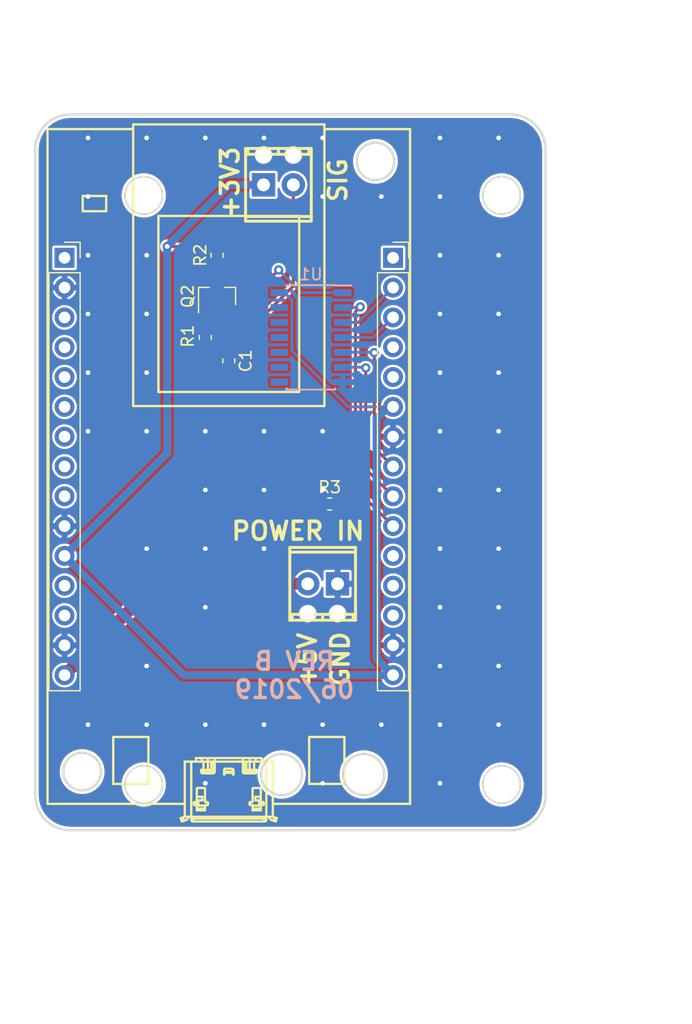
<source format=kicad_pcb>
(kicad_pcb (version 20171130) (host pcbnew "(5.1.2)-2")
  (layers (0 F.Cu signal) (31 B.Cu signal) (34 B.Paste user) (35 F.Paste user) (36 B.SilkS user) (37 F.SilkS user) (38 B.Mask user) (39 F.Mask user) (44 Edge.Cuts user))
  (net 0 "")
  (net 1 "Net-(C1-Pad1)")
  (net 2 GND)
  (net 3 +5V)
  (net 4 +3V3)
  (net 5 1Q3)
  (net 6 1Q2)
  (net 7 1Q1)
  (net 8 1Q0)
  (net 9 MASTER_RESET)
  (net 10 "Net-(Q2-Pad1)")
  (net 11 "Net-(Q2-Pad3)")
  (module Capacitor_SMD:C_0603_1608Metric_Pad1.05x0.95mm_HandSolder (layer F.Cu) (at 92 89 270)
    (fp_text reference C1 (at 0 -1.43 270) (layer F.SilkS))
    (fp_text value 0.1uF/50V)
    (fp_line (start -0.171267 -0.51) (end 0.171267 -0.51) (layer F.SilkS) (width 0.12))
    (fp_line (start -0.171267 0.51) (end 0.171267 0.51) (layer F.SilkS) (width 0.12))
    (pad 1 smd roundrect (at -0.875 0 270) (size 1.05 0.95) (layers F.Cu F.Paste F.Mask) (net 1 "Net-(C1-Pad1)"))
    (pad 2 smd roundrect (at 0.875 0 270) (size 1.05 0.95) (layers F.Cu F.Paste F.Mask) (net 2 GND))
  )
  (module w_conn_mpt:mpt_0,5-2-2,54 (layer F.Cu) (at 100 108)
    (fp_text reference J1 hide)
    (fp_text value "POWER IN" (at -2.1 -4.5) (layer F.SilkS) (effects (font (size 1.524 1.524) (thickness 0.3048))))
    (fp_line (start 2.79908 2.60096) (end -2.79908 2.60096) (layer F.SilkS) (width 0.254))
    (fp_line (start -2.60096 3.0988) (end -2.60096 2.60096) (layer F.SilkS) (width 0.254))
    (fp_line (start 2.60096 2.60096) (end 2.60096 3.0988) (layer F.SilkS) (width 0.254))
    (fp_line (start 0 3.0988) (end 0 2.60096) (layer F.SilkS) (width 0.254))
    (fp_line (start -2.79908 -2.70002) (end 2.79908 -2.70002) (layer F.SilkS) (width 0.254))
    (fp_line (start -2.79908 3.0988) (end 2.79908 3.0988) (layer F.SilkS) (width 0.254))
    (fp_line (start 2.79908 3.0988) (end 2.79908 -3.0988) (layer F.SilkS) (width 0.254))
    (fp_line (start 2.79908 -3.0988) (end -2.79908 -3.0988) (layer F.SilkS) (width 0.254))
    (fp_line (start -2.79908 -3.0988) (end -2.79908 3.0988) (layer F.SilkS) (width 0.254))
    (pad 2 thru_hole circle (at -1.27 0) (size 2 2) (drill 1.1) (layers *.Cu *.Mask) (net 3 +5V))
    (pad 1 thru_hole rect (at 1.27 0) (size 2 2) (drill 1.1) (layers *.Cu *.Mask) (net 2 GND))
    (pad "" np_thru_hole circle (at -1.27 2.54) (size 1.1 1.1) (drill 1.1) (layers *.Cu *.Mask))
    (pad "" np_thru_hole circle (at 1.27 2.54) (size 1.1 1.1) (drill 1.1) (layers *.Cu *.Mask))
  )
  (module Connector_PinSocket_2.54mm:PinSocket_1x15_P2.54mm_Vertical (layer F.Cu) (at 78 80.22)
    (fp_text reference J2 hide)
    (fp_text value LEFT)
    (fp_line (start 0 -1.33) (end 1.33 -1.33) (layer F.SilkS) (width 0.12))
    (fp_line (start 1.33 -1.33) (end 1.33 0) (layer F.SilkS) (width 0.12))
    (fp_line (start 1.33 1.27) (end 1.33 36.89) (layer F.SilkS) (width 0.12))
    (fp_line (start -1.33 36.89) (end 1.33 36.89) (layer F.SilkS) (width 0.12))
    (fp_line (start -1.33 1.27) (end -1.33 36.89) (layer F.SilkS) (width 0.12))
    (fp_line (start -1.33 1.27) (end 1.33 1.27) (layer F.SilkS) (width 0.12))
    (pad 15 thru_hole oval (at 0 35.56) (size 1.7 1.7) (drill 1) (layers *.Cu *.Mask) (net 3 +5V))
    (pad 14 thru_hole oval (at 0 33.02) (size 1.7 1.7) (drill 1) (layers *.Cu *.Mask) (net 2 GND))
    (pad 13 thru_hole oval (at 0 30.48) (size 1.7 1.7) (drill 1) (layers *.Cu *.Mask))
    (pad 12 thru_hole oval (at 0 27.94) (size 1.7 1.7) (drill 1) (layers *.Cu *.Mask))
    (pad 11 thru_hole oval (at 0 25.4) (size 1.7 1.7) (drill 1) (layers *.Cu *.Mask) (net 4 +3V3))
    (pad 10 thru_hole oval (at 0 22.86) (size 1.7 1.7) (drill 1) (layers *.Cu *.Mask) (net 2 GND))
    (pad 9 thru_hole oval (at 0 20.32) (size 1.7 1.7) (drill 1) (layers *.Cu *.Mask))
    (pad 8 thru_hole oval (at 0 17.78) (size 1.7 1.7) (drill 1) (layers *.Cu *.Mask))
    (pad 7 thru_hole oval (at 0 15.24) (size 1.7 1.7) (drill 1) (layers *.Cu *.Mask))
    (pad 6 thru_hole oval (at 0 12.7) (size 1.7 1.7) (drill 1) (layers *.Cu *.Mask))
    (pad 5 thru_hole oval (at 0 10.16) (size 1.7 1.7) (drill 1) (layers *.Cu *.Mask))
    (pad 4 thru_hole oval (at 0 7.62) (size 1.7 1.7) (drill 1) (layers *.Cu *.Mask))
    (pad 3 thru_hole oval (at 0 5.08) (size 1.7 1.7) (drill 1) (layers *.Cu *.Mask))
    (pad 2 thru_hole oval (at 0 2.54) (size 1.7 1.7) (drill 1) (layers *.Cu *.Mask) (net 2 GND))
    (pad 1 thru_hole rect (at 0 0) (size 1.7 1.7) (drill 1) (layers *.Cu *.Mask))
  )
  (module Connector_PinSocket_2.54mm:PinSocket_1x15_P2.54mm_Vertical (layer F.Cu) (at 106 80.22)
    (fp_text reference J3 hide)
    (fp_text value RIGHT)
    (fp_line (start 0 -1.33) (end 1.33 -1.33) (layer F.SilkS) (width 0.12))
    (fp_line (start 1.33 -1.33) (end 1.33 0) (layer F.SilkS) (width 0.12))
    (fp_line (start 1.33 1.27) (end 1.33 36.89) (layer F.SilkS) (width 0.12))
    (fp_line (start -1.33 36.89) (end 1.33 36.89) (layer F.SilkS) (width 0.12))
    (fp_line (start -1.33 1.27) (end -1.33 36.89) (layer F.SilkS) (width 0.12))
    (fp_line (start -1.33 1.27) (end 1.33 1.27) (layer F.SilkS) (width 0.12))
    (pad 15 thru_hole oval (at 0 35.56) (size 1.7 1.7) (drill 1) (layers *.Cu *.Mask) (net 4 +3V3))
    (pad 14 thru_hole oval (at 0 33.02) (size 1.7 1.7) (drill 1) (layers *.Cu *.Mask) (net 2 GND))
    (pad 13 thru_hole oval (at 0 30.48) (size 1.7 1.7) (drill 1) (layers *.Cu *.Mask))
    (pad 12 thru_hole oval (at 0 27.94) (size 1.7 1.7) (drill 1) (layers *.Cu *.Mask))
    (pad 11 thru_hole oval (at 0 25.4) (size 1.7 1.7) (drill 1) (layers *.Cu *.Mask))
    (pad 10 thru_hole oval (at 0 22.86) (size 1.7 1.7) (drill 1) (layers *.Cu *.Mask) (net 9 MASTER_RESET))
    (pad 9 thru_hole oval (at 0 20.32) (size 1.7 1.7) (drill 1) (layers *.Cu *.Mask) (net 5 1Q3))
    (pad 8 thru_hole oval (at 0 17.78) (size 1.7 1.7) (drill 1) (layers *.Cu *.Mask) (net 6 1Q2))
    (pad 7 thru_hole oval (at 0 15.24) (size 1.7 1.7) (drill 1) (layers *.Cu *.Mask) (net 2 GND))
    (pad 6 thru_hole oval (at 0 12.7) (size 1.7 1.7) (drill 1) (layers *.Cu *.Mask) (net 4 +3V3))
    (pad 5 thru_hole oval (at 0 10.16) (size 1.7 1.7) (drill 1) (layers *.Cu *.Mask))
    (pad 4 thru_hole oval (at 0 7.62) (size 1.7 1.7) (drill 1) (layers *.Cu *.Mask))
    (pad 3 thru_hole oval (at 0 5.08) (size 1.7 1.7) (drill 1) (layers *.Cu *.Mask) (net 7 1Q1))
    (pad 2 thru_hole oval (at 0 2.54) (size 1.7 1.7) (drill 1) (layers *.Cu *.Mask) (net 8 1Q0))
    (pad 1 thru_hole rect (at 0 0) (size 1.7 1.7) (drill 1) (layers *.Cu *.Mask))
  )
  (module w_conn_mpt:mpt_0,5-2-2,54 (layer F.Cu) (at 96.23 74 180)
    (fp_text reference Q1 hide)
    (fp_text value Phototrans hide)
    (fp_line (start -2.79908 -3.0988) (end -2.79908 3.0988) (layer F.SilkS) (width 0.254))
    (fp_line (start 2.79908 -3.0988) (end -2.79908 -3.0988) (layer F.SilkS) (width 0.254))
    (fp_line (start 2.79908 3.0988) (end 2.79908 -3.0988) (layer F.SilkS) (width 0.254))
    (fp_line (start -2.79908 3.0988) (end 2.79908 3.0988) (layer F.SilkS) (width 0.254))
    (fp_line (start -2.79908 -2.70002) (end 2.79908 -2.70002) (layer F.SilkS) (width 0.254))
    (fp_line (start 0 3.0988) (end 0 2.60096) (layer F.SilkS) (width 0.254))
    (fp_line (start 2.60096 2.60096) (end 2.60096 3.0988) (layer F.SilkS) (width 0.254))
    (fp_line (start -2.60096 3.0988) (end -2.60096 2.60096) (layer F.SilkS) (width 0.254))
    (fp_line (start 2.79908 2.60096) (end -2.79908 2.60096) (layer F.SilkS) (width 0.254))
    (pad "" np_thru_hole circle (at 1.27 2.54 180) (size 1.1 1.1) (drill 1.1) (layers *.Cu *.Mask))
    (pad "" np_thru_hole circle (at -1.27 2.54 180) (size 1.1 1.1) (drill 1.1) (layers *.Cu *.Mask))
    (pad 1 thru_hole rect (at 1.27 0 180) (size 2 2) (drill 1.1) (layers *.Cu *.Mask) (net 4 +3V3))
    (pad 2 thru_hole circle (at -1.27 0 180) (size 2 2) (drill 1.1) (layers *.Cu *.Mask) (net 1 "Net-(C1-Pad1)"))
  )
  (module Package_TO_SOT_SMD:SOT-23 (layer F.Cu) (at 91 83.5 90)
    (fp_text reference Q2 (at 0 -2.5 90) (layer F.SilkS))
    (fp_text value Q_NPN_BEC)
    (fp_line (start 0.76 1.58) (end 0.76 0.65) (layer F.SilkS) (width 0.12))
    (fp_line (start 0.76 -1.58) (end 0.76 -0.65) (layer F.SilkS) (width 0.12))
    (fp_line (start 0.76 -1.58) (end -1.4 -1.58) (layer F.SilkS) (width 0.12))
    (fp_line (start 0.76 1.58) (end -0.7 1.58) (layer F.SilkS) (width 0.12))
    (pad 1 smd rect (at -1 -0.95 90) (size 0.9 0.8) (layers F.Cu F.Paste F.Mask) (net 10 "Net-(Q2-Pad1)"))
    (pad 2 smd rect (at -1 0.95 90) (size 0.9 0.8) (layers F.Cu F.Paste F.Mask) (net 2 GND))
    (pad 3 smd rect (at 1 0 90) (size 0.9 0.8) (layers F.Cu F.Paste F.Mask) (net 11 "Net-(Q2-Pad3)"))
  )
  (module Resistor_SMD:R_0603_1608Metric_Pad1.05x0.95mm_HandSolder (layer F.Cu) (at 90 87 270)
    (fp_text reference R1 (at -0.1 1.5 270) (layer F.SilkS))
    (fp_text value 100k)
    (fp_line (start -0.171267 -0.51) (end 0.171267 -0.51) (layer F.SilkS) (width 0.12))
    (fp_line (start -0.171267 0.51) (end 0.171267 0.51) (layer F.SilkS) (width 0.12))
    (pad 1 smd roundrect (at -0.875 0 270) (size 1.05 0.95) (layers F.Cu F.Paste F.Mask) (net 10 "Net-(Q2-Pad1)"))
    (pad 2 smd roundrect (at 0.875 0 270) (size 1.05 0.95) (layers F.Cu F.Paste F.Mask) (net 1 "Net-(C1-Pad1)"))
  )
  (module Resistor_SMD:R_0603_1608Metric_Pad1.05x0.95mm_HandSolder (layer F.Cu) (at 91 80 90)
    (fp_text reference R2 (at 0 -1.43 90) (layer F.SilkS))
    (fp_text value 4.7k)
    (fp_line (start -0.171267 0.51) (end 0.171267 0.51) (layer F.SilkS) (width 0.12))
    (fp_line (start -0.171267 -0.51) (end 0.171267 -0.51) (layer F.SilkS) (width 0.12))
    (pad 2 smd roundrect (at 0.875 0 90) (size 1.05 0.95) (layers F.Cu F.Paste F.Mask) (net 4 +3V3))
    (pad 1 smd roundrect (at -0.875 0 90) (size 1.05 0.95) (layers F.Cu F.Paste F.Mask) (net 11 "Net-(Q2-Pad3)"))
  )
  (module Resistor_SMD:R_0603_1608Metric_Pad1.05x0.95mm_HandSolder (layer F.Cu) (at 100.6 101.2)
    (fp_text reference R3 (at 0 -1.43) (layer F.SilkS))
    (fp_text value 10k)
    (fp_line (start -0.171267 -0.51) (end 0.171267 -0.51) (layer F.SilkS) (width 0.12))
    (fp_line (start -0.171267 0.51) (end 0.171267 0.51) (layer F.SilkS) (width 0.12))
    (pad 1 smd roundrect (at -0.875 0) (size 1.05 0.95) (layers F.Cu F.Paste F.Mask) (net 2 GND))
    (pad 2 smd roundrect (at 0.875 0) (size 1.05 0.95) (layers F.Cu F.Paste F.Mask) (net 9 MASTER_RESET))
  )
  (module Package_SO:SOIC-14_3.9x8.7mm_P1.27mm (layer B.Cu) (at 99 87 180)
    (fp_text reference U1 (at 0 5.375 180) (layer B.SilkS) (effects (justify mirror)))
    (fp_text value 74HC393)
    (fp_line (start -2.075 4.45) (end -2.075 4.425) (layer B.SilkS) (width 0.15))
    (fp_line (start 2.075 4.45) (end 2.075 4.335) (layer B.SilkS) (width 0.15))
    (fp_line (start 2.075 -4.45) (end 2.075 -4.335) (layer B.SilkS) (width 0.15))
    (fp_line (start -2.075 -4.45) (end -2.075 -4.335) (layer B.SilkS) (width 0.15))
    (fp_line (start -2.075 4.45) (end 2.075 4.45) (layer B.SilkS) (width 0.15))
    (fp_line (start -2.075 -4.45) (end 2.075 -4.45) (layer B.SilkS) (width 0.15))
    (fp_line (start -2.075 4.425) (end -3.45 4.425) (layer B.SilkS) (width 0.15))
    (pad 1 smd rect (at -2.7 3.81 180) (size 1.5 0.6) (layers B.Cu B.Paste B.Mask) (net 11 "Net-(Q2-Pad3)"))
    (pad 2 smd rect (at -2.7 2.54 180) (size 1.5 0.6) (layers B.Cu B.Paste B.Mask) (net 9 MASTER_RESET))
    (pad 3 smd rect (at -2.7 1.27 180) (size 1.5 0.6) (layers B.Cu B.Paste B.Mask) (net 8 1Q0))
    (pad 4 smd rect (at -2.7 0 180) (size 1.5 0.6) (layers B.Cu B.Paste B.Mask) (net 7 1Q1))
    (pad 5 smd rect (at -2.7 -1.27 180) (size 1.5 0.6) (layers B.Cu B.Paste B.Mask) (net 6 1Q2))
    (pad 6 smd rect (at -2.7 -2.54 180) (size 1.5 0.6) (layers B.Cu B.Paste B.Mask) (net 5 1Q3))
    (pad 7 smd rect (at -2.7 -3.81 180) (size 1.5 0.6) (layers B.Cu B.Paste B.Mask) (net 2 GND))
    (pad 8 smd rect (at 2.7 -3.81 180) (size 1.5 0.6) (layers B.Cu B.Paste B.Mask))
    (pad 9 smd rect (at 2.7 -2.54 180) (size 1.5 0.6) (layers B.Cu B.Paste B.Mask))
    (pad 10 smd rect (at 2.7 -1.27 180) (size 1.5 0.6) (layers B.Cu B.Paste B.Mask))
    (pad 11 smd rect (at 2.7 0 180) (size 1.5 0.6) (layers B.Cu B.Paste B.Mask))
    (pad 12 smd rect (at 2.7 1.27 180) (size 1.5 0.6) (layers B.Cu B.Paste B.Mask))
    (pad 13 smd rect (at 2.7 2.54 180) (size 1.5 0.6) (layers B.Cu B.Paste B.Mask))
    (pad 14 smd rect (at 2.7 3.81 180) (size 1.5 0.6) (layers B.Cu B.Paste B.Mask) (net 4 +3V3))
  )
  (gr_text "REV B\n06/2019" (at 97.6 115.8) (layer B.SilkS) (effects (font (size 1.5 1.5) (thickness 0.3)) (justify mirror)))
  (gr_line (start 94.725 126.9) (end 94.025 126.9) (layer F.SilkS) (width 0.2))
  (gr_line (start 94.725 127.217775) (end 94.025 127.217775) (layer F.SilkS) (width 0.2))
  (gr_line (start 94.025 126.9) (end 94.025 127.300283) (layer F.SilkS) (width 0.2))
  (gr_line (start 94.725 126.9) (end 94.725 127.300283) (layer F.SilkS) (width 0.2))
  (gr_line (start 89.275 127.217775) (end 89.975 127.217775) (layer F.SilkS) (width 0.2))
  (gr_line (start 76.55 69.25) (end 76.55 126.75) (layer F.SilkS) (width 0.2))
  (gr_line (start 94.725 127.153431) (end 94.025 127.153431) (layer F.SilkS) (width 0.2))
  (gr_line (start 88.25 127.85) (end 95.75 127.85) (layer F.SilkS) (width 0.2))
  (gr_line (start 88.8 123.15) (end 88.8 128.138657) (layer F.SilkS) (width 0.2))
  (gr_line (start 83.85 69.25) (end 76.55 69.25) (layer F.SilkS) (width 0.2))
  (gr_line (start 90.65 124.15) (end 89.79 124.15) (layer F.SilkS) (width 0.2))
  (gr_line (start 89.64 123.85) (end 90.5 123.85) (layer F.SilkS) (width 0.2))
  (gr_line (start 89.975 126.9) (end 89.975 127.300283) (layer F.SilkS) (width 0.2))
  (gr_line (start 89.841285 123.85) (end 89.841285 123.15) (layer F.SilkS) (width 0.2))
  (gr_line (start 94.158715 123.15) (end 94.158715 123.85) (layer F.SilkS) (width 0.2))
  (gr_line (start 89.275 127.153431) (end 89.975 127.153431) (layer F.SilkS) (width 0.2))
  (gr_line (start 89.275 126.9) (end 89.975 126.9) (layer F.SilkS) (width 0.2))
  (gr_line (start 94.21 124.15) (end 93.35 124.15) (layer F.SilkS) (width 0.2))
  (gr_line (start 89.975 127.300283) (end 89.275 127.300283) (layer F.SilkS) (width 0.2))
  (gr_line (start 95.2 128.138657) (end 95.2 123.15) (layer F.SilkS) (width 0.2))
  (gr_line (start 93.5 123.85) (end 94.36 123.85) (layer F.SilkS) (width 0.2))
  (gr_line (start 94.36 123.85) (end 94.36 124) (layer F.SilkS) (width 0.2))
  (gr_line (start 94.725 127.300283) (end 94.025 127.300283) (layer F.SilkS) (width 0.2))
  (gr_line (start 95 128.000789) (end 95 128.25) (layer F.SilkS) (width 0.2))
  (gr_line (start 89 128.25) (end 89 128.000789) (layer F.SilkS) (width 0.2))
  (gr_line (start 89 128.25) (end 95 128.25) (layer F.SilkS) (width 0.2))
  (gr_line (start 89.275 126.9) (end 89.275 127.300283) (layer F.SilkS) (width 0.2))
  (gr_line (start 89 128.000789) (end 95 128.000789) (layer F.SilkS) (width 0.2))
  (gr_line (start 107.45 69.25) (end 100.15 69.25) (layer F.SilkS) (width 0.2))
  (gr_line (start 82.15 125.05) (end 82.15 121.05) (layer F.SilkS) (width 0.2))
  (gr_line (start 95.076537 128.241525) (end 95.039018 128.247861) (layer F.SilkS) (width 0.2))
  (gr_line (start 88.8 127.889446) (end 88.803843 127.911168) (layer F.SilkS) (width 0.2))
  (gr_line (start 88.858579 128.217388) (end 88.833706 128.200516) (layer F.SilkS) (width 0.2))
  (gr_line (start 79.55 74.95) (end 79.55 76.25) (layer F.SilkS) (width 0.2))
  (gr_line (start 98.85 125.05) (end 101.85 125.05) (layer F.SilkS) (width 0.2))
  (gr_line (start 81.55 76.25) (end 81.55 74.95) (layer F.SilkS) (width 0.2))
  (gr_line (start 100.15 68.85) (end 83.85 68.85) (layer F.SilkS) (width 0.2))
  (gr_line (start 98 76.65) (end 86 76.65) (layer F.SilkS) (width 0.2))
  (gr_line (start 88.833706 128.200516) (end 88.815224 128.181266) (layer F.SilkS) (width 0.2))
  (gr_line (start 83.85 68.85) (end 83.85 92.85) (layer F.SilkS) (width 0.2))
  (gr_line (start 95.166294 127.951305) (end 95.184776 127.932055) (layer F.SilkS) (width 0.2))
  (gr_line (start 88.803843 127.911168) (end 88.815224 127.932055) (layer F.SilkS) (width 0.2))
  (gr_line (start 86 91.65) (end 98 91.65) (layer F.SilkS) (width 0.2))
  (gr_line (start 82.15 121.05) (end 85.15 121.05) (layer F.SilkS) (width 0.2))
  (gr_line (start 100.15 92.85) (end 100.15 68.85) (layer F.SilkS) (width 0.2))
  (gr_line (start 85.15 121.05) (end 85.15 125.05) (layer F.SilkS) (width 0.2))
  (gr_line (start 98 91.65) (end 98 76.65) (layer F.SilkS) (width 0.2))
  (gr_line (start 88.923463 128.241525) (end 88.888886 128.231235) (layer F.SilkS) (width 0.2))
  (gr_line (start 88.888886 128.231235) (end 88.858579 128.217388) (layer F.SilkS) (width 0.2))
  (gr_line (start 95.141421 127.968177) (end 95.166294 127.951305) (layer F.SilkS) (width 0.2))
  (gr_line (start 95.166294 128.200516) (end 95.141421 128.217388) (layer F.SilkS) (width 0.2))
  (gr_line (start 95.141421 128.217388) (end 95.111114 128.231235) (layer F.SilkS) (width 0.2))
  (gr_line (start 85.15 125.05) (end 82.15 125.05) (layer F.SilkS) (width 0.2))
  (gr_line (start 95.076537 127.992313) (end 95.111114 127.982024) (layer F.SilkS) (width 0.2))
  (gr_line (start 101.85 121.05) (end 98.85 121.05) (layer F.SilkS) (width 0.2))
  (gr_line (start 86 76.65) (end 86 91.65) (layer F.SilkS) (width 0.2))
  (gr_line (start 95.196157 128.160379) (end 95.184776 128.181266) (layer F.SilkS) (width 0.2))
  (gr_line (start 95.2 128.138657) (end 95.196157 128.160379) (layer F.SilkS) (width 0.2))
  (gr_line (start 89 128.25) (end 88.960982 128.247861) (layer F.SilkS) (width 0.2))
  (gr_line (start 95.039018 127.99865) (end 95.076537 127.992313) (layer F.SilkS) (width 0.2))
  (gr_line (start 95 128.000789) (end 95.039018 127.99865) (layer F.SilkS) (width 0.2))
  (gr_line (start 95.111114 128.231235) (end 95.076537 128.241525) (layer F.SilkS) (width 0.2))
  (gr_line (start 88.960982 127.99865) (end 89 128.000789) (layer F.SilkS) (width 0.2))
  (gr_line (start 88.960982 128.247861) (end 88.923463 128.241525) (layer F.SilkS) (width 0.2))
  (gr_line (start 95.196157 127.911168) (end 95.2 127.889446) (layer F.SilkS) (width 0.2))
  (gr_line (start 88.815224 128.181266) (end 88.803843 128.160379) (layer F.SilkS) (width 0.2))
  (gr_line (start 95.184776 127.932055) (end 95.196157 127.911168) (layer F.SilkS) (width 0.2))
  (gr_line (start 88.858579 127.968177) (end 88.888886 127.982024) (layer F.SilkS) (width 0.2))
  (gr_line (start 95.039018 128.247861) (end 95 128.25) (layer F.SilkS) (width 0.2))
  (gr_line (start 88.815224 127.932055) (end 88.833706 127.951305) (layer F.SilkS) (width 0.2))
  (gr_line (start 98.85 121.05) (end 98.85 125.05) (layer F.SilkS) (width 0.2))
  (gr_line (start 95.75 126.75) (end 107.45 126.75) (layer F.SilkS) (width 0.2))
  (gr_line (start 88.803843 128.160379) (end 88.8 128.138657) (layer F.SilkS) (width 0.2))
  (gr_line (start 88.888886 127.982024) (end 88.923463 127.992313) (layer F.SilkS) (width 0.2))
  (gr_line (start 101.85 125.05) (end 101.85 121.05) (layer F.SilkS) (width 0.2))
  (gr_line (start 79.55 76.25) (end 81.55 76.25) (layer F.SilkS) (width 0.2))
  (gr_line (start 81.55 74.95) (end 79.55 74.95) (layer F.SilkS) (width 0.2))
  (gr_line (start 83.85 92.85) (end 100.15 92.85) (layer F.SilkS) (width 0.2))
  (gr_line (start 76.55 126.75) (end 88.25 126.75) (layer F.SilkS) (width 0.2))
  (gr_line (start 88.923463 127.992313) (end 88.960982 127.99865) (layer F.SilkS) (width 0.2))
  (gr_line (start 95.184776 128.181266) (end 95.166294 128.200516) (layer F.SilkS) (width 0.2))
  (gr_line (start 107.45 126.75) (end 107.45 69.25) (layer F.SilkS) (width 0.2))
  (gr_line (start 95.111114 127.982024) (end 95.141421 127.968177) (layer F.SilkS) (width 0.2))
  (gr_line (start 88.833706 127.951305) (end 88.858579 127.968177) (layer F.SilkS) (width 0.2))
  (gr_line (start 93.775 126.8) (end 93.775 126.65) (layer F.SilkS) (width 0.2))
  (gr_line (start 94.975 126.65) (end 94.975 126.8) (layer F.SilkS) (width 0.2))
  (gr_line (start 91.625 124.25) (end 91.6 124.25) (layer F.SilkS) (width 0.2))
  (gr_line (start 92.4 124.25) (end 92.375 124.25) (layer F.SilkS) (width 0.2))
  (gr_line (start 89.225 126.85) (end 89.075 126.85) (layer F.SilkS) (width 0.2))
  (gr_line (start 94.925 126.85) (end 94.775 126.85) (layer F.SilkS) (width 0.2))
  (gr_line (start 90.025 126.6) (end 90.175 126.6) (layer F.SilkS) (width 0.2))
  (gr_line (start 89.025 126.8) (end 89.025 126.65) (layer F.SilkS) (width 0.2))
  (gr_line (start 89.075 126.6) (end 89.225 126.6) (layer F.SilkS) (width 0.2))
  (gr_line (start 90.175 126.85) (end 90.025 126.85) (layer F.SilkS) (width 0.2))
  (gr_line (start 95.75 127.85) (end 95.75 123.15) (layer F.SilkS) (width 0.2))
  (gr_line (start 94.025 126.55) (end 94.025 125.45) (layer F.SilkS) (width 0.2))
  (gr_line (start 90.5 123.85) (end 90.5 123.15) (layer F.SilkS) (width 0.2))
  (gr_line (start 89.325 125.4) (end 89.925 125.4) (layer F.SilkS) (width 0.2))
  (gr_line (start 91.625 123.817084) (end 91.625 124.25) (layer F.SilkS) (width 0.2))
  (gr_line (start 93.975 126.85) (end 93.825 126.85) (layer F.SilkS) (width 0.2))
  (gr_line (start 91.625 124) (end 92.375 124) (layer F.SilkS) (width 0.2))
  (gr_line (start 90.224308 123.85) (end 90.224308 123.15) (layer F.SilkS) (width 0.2))
  (gr_line (start 92.4 123.9) (end 92.4 124.25) (layer F.SilkS) (width 0.2))
  (gr_line (start 92.375 124.05) (end 91.625 124.05) (layer F.SilkS) (width 0.2))
  (gr_line (start 88.25 123.15) (end 88.25 127.85) (layer F.SilkS) (width 0.2))
  (gr_line (start 91.6 124.25) (end 91.6 123.9) (layer F.SilkS) (width 0.2))
  (gr_line (start 91.75 123.75) (end 92.25 123.75) (layer F.SilkS) (width 0.2))
  (gr_line (start 89.275 126.55) (end 89.275 125.45) (layer F.SilkS) (width 0.2))
  (gr_line (start 94.075 125.4) (end 94.675 125.4) (layer F.SilkS) (width 0.2))
  (gr_line (start 89.975 125.45) (end 89.975 126.55) (layer F.SilkS) (width 0.2))
  (gr_line (start 90.8 122.85) (end 90.8 124) (layer F.SilkS) (width 0.2))
  (gr_line (start 92.375 124.25) (end 92.375 123.817084) (layer F.SilkS) (width 0.2))
  (gr_line (start 93.775692 123.15) (end 93.775692 123.85) (layer F.SilkS) (width 0.2))
  (gr_line (start 94.8 122.85) (end 89.2 122.85) (layer F.SilkS) (width 0.2))
  (gr_line (start 89.64 124) (end 89.64 123.85) (layer F.SilkS) (width 0.2))
  (gr_line (start 90.225 126.65) (end 90.225 126.8) (layer F.SilkS) (width 0.2))
  (gr_line (start 93.825 126.6) (end 93.975 126.6) (layer F.SilkS) (width 0.2))
  (gr_line (start 94.775 126.6) (end 94.925 126.6) (layer F.SilkS) (width 0.2))
  (gr_line (start 93.2 124) (end 93.2 122.85) (layer F.SilkS) (width 0.2))
  (gr_line (start 95.75 123.15) (end 88.25 123.15) (layer F.SilkS) (width 0.2))
  (gr_line (start 92.375 124.1) (end 91.625 124.1) (layer F.SilkS) (width 0.2))
  (gr_line (start 94.725 125.45) (end 94.725 126.55) (layer F.SilkS) (width 0.2))
  (gr_arc (start 88.255 127.85362) (end 88.347076 128.133883) (angle -71.81280963) (layer F.SilkS) (width 0.2))
  (gr_line (start 87.9 127.964987) (end 88.25 127.85) (layer F.SilkS) (width 0.2))
  (gr_line (start 89.75 123.95) (end 89.75 123.85) (layer F.SilkS) (width 0.2))
  (gr_line (start 94.8 123.15) (end 94.8 122.85) (layer F.SilkS) (width 0.2))
  (gr_arc (start 94.675 125.45) (end 94.725 125.45) (angle -90) (layer F.SilkS) (width 0.2))
  (gr_arc (start 89.925 125.45) (end 89.975 125.45) (angle -90) (layer F.SilkS) (width 0.2))
  (gr_arc (start 90.025 126.55) (end 89.975 126.55) (angle -90) (layer F.SilkS) (width 0.2))
  (gr_arc (start 93.825 126.8) (end 93.775 126.8) (angle -90) (layer F.SilkS) (width 0.2))
  (gr_line (start 95.75 127.85) (end 96.1 127.964987) (layer F.SilkS) (width 0.2))
  (gr_arc (start 90.175 126.8) (end 90.175 126.85) (angle -90) (layer F.SilkS) (width 0.2))
  (gr_arc (start 90.025 126.9) (end 90.025 126.85) (angle -90) (layer F.SilkS) (width 0.2))
  (gr_line (start 89.75 126.15) (end 89.75 126.45) (layer F.SilkS) (width 0.2))
  (gr_arc (start 93.975 126.9) (end 94.025 126.9) (angle -90) (layer F.SilkS) (width 0.2))
  (gr_arc (start 94.775 126.9) (end 94.775 126.85) (angle -90) (layer F.SilkS) (width 0.2))
  (gr_arc (start 93.975 126.55) (end 93.975 126.6) (angle -90) (layer F.SilkS) (width 0.2))
  (gr_line (start 90.215 122.85) (end 90.215 123.15) (layer F.SilkS) (width 0.2))
  (gr_line (start 88.55 127.85) (end 88.55 127.85362) (layer F.SilkS) (width 0.2))
  (gr_line (start 88.183645 128.187575) (end 88.090008 127.902563) (layer F.SilkS) (width 0.2))
  (gr_arc (start 94.075 125.45) (end 94.075 125.4) (angle -90) (layer F.SilkS) (width 0.2))
  (gr_line (start 87.9 127.964987) (end 87.993637 128.25) (layer F.SilkS) (width 0.2))
  (gr_line (start 95.45 127.85362) (end 95.45 127.85) (layer F.SilkS) (width 0.2))
  (gr_arc (start 90.65 124) (end 90.65 124.15) (angle -90) (layer F.SilkS) (width 0.2))
  (gr_line (start 94.3 122.85) (end 94.3 123.15) (layer F.SilkS) (width 0.2))
  (gr_line (start 94.596447 126.9) (end 94.596447 126.45) (layer F.SilkS) (width 0.2))
  (gr_line (start 93.3 123.95) (end 93.3 123.23) (layer F.SilkS) (width 0.2))
  (gr_line (start 93.2 123.23) (end 93.5 123.23) (layer F.SilkS) (width 0.2))
  (gr_arc (start 94.775 126.55) (end 94.725 126.55) (angle -90) (layer F.SilkS) (width 0.2))
  (gr_line (start 89.2 122.85) (end 89.2 123.15) (layer F.SilkS) (width 0.2))
  (gr_arc (start 94.925 126.65) (end 94.975 126.65) (angle -90) (layer F.SilkS) (width 0.2))
  (gr_arc (start 94.21 124) (end 94.21 124.15) (angle -90) (layer F.SilkS) (width 0.2))
  (gr_arc (start 94.925 126.8) (end 94.925 126.85) (angle -90) (layer F.SilkS) (width 0.2))
  (gr_line (start 93.785 123.15) (end 93.785 122.85) (layer F.SilkS) (width 0.2))
  (gr_arc (start 89.79 124) (end 89.64 124) (angle -90) (layer F.SilkS) (width 0.2))
  (gr_line (start 94.25 126.15) (end 94.725 126.15) (layer F.SilkS) (width 0.2))
  (gr_line (start 88.347076 128.133883) (end 87.993637 128.25) (layer F.SilkS) (width 0.2))
  (gr_line (start 94.725 126.45) (end 94.25 126.45) (layer F.SilkS) (width 0.2))
  (gr_line (start 89.403553 126.45) (end 89.403553 126.9) (layer F.SilkS) (width 0.2))
  (gr_line (start 89.275 126.15) (end 89.75 126.15) (layer F.SilkS) (width 0.2))
  (gr_line (start 93.425 123.15) (end 93.425 123.23) (layer F.SilkS) (width 0.2))
  (gr_line (start 89.75 126.45) (end 89.275 126.45) (layer F.SilkS) (width 0.2))
  (gr_line (start 94.25 123.95) (end 93.3 123.95) (layer F.SilkS) (width 0.2))
  (gr_line (start 90.7 123.95) (end 89.75 123.95) (layer F.SilkS) (width 0.2))
  (gr_line (start 90.7 123.23) (end 90.7 123.95) (layer F.SilkS) (width 0.2))
  (gr_line (start 93.5 123.15) (end 93.5 123.85) (layer F.SilkS) (width 0.2))
  (gr_line (start 89.7 122.85) (end 89.7 123.15) (layer F.SilkS) (width 0.2))
  (gr_arc (start 95.745 127.85362) (end 95.45 127.85362) (angle -71.81280963) (layer F.SilkS) (width 0.2))
  (gr_line (start 89.226777 126.850032) (end 89.226777 126.599968) (layer F.SilkS) (width 0.2))
  (gr_arc (start 90.175 126.65) (end 90.225 126.65) (angle -90) (layer F.SilkS) (width 0.2))
  (gr_arc (start 93.35 124) (end 93.2 124) (angle -90) (layer F.SilkS) (width 0.2))
  (gr_line (start 95.909992 127.902563) (end 95.816355 128.187575) (layer F.SilkS) (width 0.2))
  (gr_line (start 94.25 123.85) (end 94.25 123.95) (layer F.SilkS) (width 0.2))
  (gr_arc (start 91.75 123.9) (end 91.75 123.75) (angle -90) (layer F.SilkS) (width 0.2))
  (gr_arc (start 92.25 123.9) (end 92.4 123.9) (angle -90) (layer F.SilkS) (width 0.2))
  (gr_arc (start 93.825 126.65) (end 93.825 126.6) (angle -90) (layer F.SilkS) (width 0.2))
  (gr_line (start 90.575 123.15) (end 90.575 123.23) (layer F.SilkS) (width 0.2))
  (gr_line (start 94.25 126.45) (end 94.25 126.15) (layer F.SilkS) (width 0.2))
  (gr_line (start 90.5 123.23) (end 90.8 123.23) (layer F.SilkS) (width 0.2))
  (gr_line (start 94.773223 126.599968) (end 94.773223 126.850032) (layer F.SilkS) (width 0.2))
  (gr_arc (start 89.225 126.9) (end 89.275 126.9) (angle -90) (layer F.SilkS) (width 0.2))
  (gr_line (start 96.006363 128.25) (end 95.652924 128.133883) (layer F.SilkS) (width 0.2))
  (gr_arc (start 89.075 126.8) (end 89.025 126.8) (angle -90) (layer F.SilkS) (width 0.2))
  (gr_line (start 96.006363 128.25) (end 96.1 127.964987) (layer F.SilkS) (width 0.2))
  (gr_arc (start 89.225 126.55) (end 89.225 126.6) (angle -90) (layer F.SilkS) (width 0.2))
  (gr_arc (start 89.075 126.65) (end 89.075 126.6) (angle -90) (layer F.SilkS) (width 0.2))
  (gr_arc (start 89.325 125.45) (end 89.325 125.4) (angle -90) (layer F.SilkS) (width 0.2))
  (gr_text SIG (at 101.3 73.6 90) (layer F.SilkS) (effects (font (size 1.5 1.5) (thickness 0.3))))
  (gr_text +3V3 (at 92.1 73.8 90) (layer F.SilkS) (effects (font (size 1.5 1.5) (thickness 0.3))))
  (gr_text GND (at 101.5 114.4 90) (layer F.SilkS) (effects (font (size 1.5 1.5) (thickness 0.3))))
  (gr_text +5V (at 98.7 114.5 90) (layer F.SilkS) (effects (font (size 1.5 1.5) (thickness 0.3))))
  (gr_arc (start 78.5 71) (end 78.5 68) (angle -90) (layer Edge.Cuts) (width 0.2))
  (gr_arc (start 116 71) (end 119 71) (angle -90) (layer Edge.Cuts) (width 0.2))
  (gr_arc (start 78.5 126) (end 75.5 126) (angle -90) (layer Edge.Cuts) (width 0.2))
  (gr_arc (start 116 126) (end 116 129) (angle -90) (layer Edge.Cuts) (width 0.2))
  (gr_line (start 78.5 129) (end 116 129) (layer Edge.Cuts) (width 0.2))
  (gr_circle (center 103.5 124.25) (end 101.75 124.25) (layer Edge.Cuts) (width 0.2))
  (gr_circle (center 96.5 124.25) (end 98.25 124.25) (layer Edge.Cuts) (width 0.2))
  (gr_line (start 75.5 126) (end 75.5 71) (layer Edge.Cuts) (width 0.2))
  (gr_line (start 119 71) (end 119 126) (layer Edge.Cuts) (width 0.2))
  (gr_line (start 78.5 68) (end 116 68) (layer Edge.Cuts) (width 0.2))
  (gr_circle (center 104.5 72) (end 106.1 72) (layer Edge.Cuts) (width 0.2))
  (gr_circle (center 79.5 124) (end 81.1 124) (layer Edge.Cuts) (width 0.2))
  (gr_circle (center 115.25 125.1) (end 116.85 125.1) (layer Edge.Cuts) (width 0.15))
  (gr_circle (center 84.75 125.1) (end 86.35 125.1) (layer Edge.Cuts) (width 0.15))
  (gr_circle (center 115.25 74.9) (end 116.85 74.9) (layer Edge.Cuts) (width 0.15))
  (gr_circle (center 84.75 74.9) (end 86.35 74.9) (layer Edge.Cuts) (width 0.15))
  (segment (start 91.75 87.875) (end 92 88.125) (width 0.25) (layer F.Cu) (net 1))
  (segment (start 90 87.875) (end 91.75 87.875) (width 0.25) (layer F.Cu) (net 1))
  (segment (start 97.5 82.625) (end 97.5 74) (width 0.25) (layer F.Cu) (net 1))
  (segment (start 92 88.125) (end 97.5 82.625) (width 0.25) (layer F.Cu) (net 1))
  (via (at 115 80) (size 0.8) (drill 0.4) (layers F.Cu B.Cu) (net 2))
  (via (at 115 85) (size 0.8) (drill 0.4) (layers F.Cu B.Cu) (net 2))
  (via (at 115 90) (size 0.8) (drill 0.4) (layers F.Cu B.Cu) (net 2))
  (via (at 115 95) (size 0.8) (drill 0.4) (layers F.Cu B.Cu) (net 2))
  (via (at 115 100) (size 0.8) (drill 0.4) (layers F.Cu B.Cu) (net 2))
  (via (at 115 105) (size 0.8) (drill 0.4) (layers F.Cu B.Cu) (net 2))
  (via (at 115 110) (size 0.8) (drill 0.4) (layers F.Cu B.Cu) (net 2))
  (via (at 115 115) (size 0.8) (drill 0.4) (layers F.Cu B.Cu) (net 2))
  (via (at 115 120) (size 0.8) (drill 0.4) (layers F.Cu B.Cu) (net 2))
  (via (at 110 120) (size 0.8) (drill 0.4) (layers F.Cu B.Cu) (net 2))
  (via (at 110 125) (size 0.8) (drill 0.4) (layers F.Cu B.Cu) (net 2))
  (via (at 110 115) (size 0.8) (drill 0.4) (layers F.Cu B.Cu) (net 2))
  (via (at 110 110) (size 0.8) (drill 0.4) (layers F.Cu B.Cu) (net 2))
  (via (at 110 105) (size 0.8) (drill 0.4) (layers F.Cu B.Cu) (net 2))
  (via (at 110 100) (size 0.8) (drill 0.4) (layers F.Cu B.Cu) (net 2))
  (via (at 110 95) (size 0.8) (drill 0.4) (layers F.Cu B.Cu) (net 2))
  (via (at 110 90) (size 0.8) (drill 0.4) (layers F.Cu B.Cu) (net 2))
  (via (at 110 85) (size 0.8) (drill 0.4) (layers F.Cu B.Cu) (net 2))
  (via (at 110 80) (size 0.8) (drill 0.4) (layers F.Cu B.Cu) (net 2))
  (via (at 110 75) (size 0.8) (drill 0.4) (layers F.Cu B.Cu) (net 2))
  (via (at 110 70) (size 0.8) (drill 0.4) (layers F.Cu B.Cu) (net 2))
  (via (at 105 120) (size 0.8) (drill 0.4) (layers F.Cu B.Cu) (net 2))
  (via (at 100 120) (size 0.8) (drill 0.4) (layers F.Cu B.Cu) (net 2))
  (via (at 95 120) (size 0.8) (drill 0.4) (layers F.Cu B.Cu) (net 2))
  (via (at 90 120) (size 0.8) (drill 0.4) (layers F.Cu B.Cu) (net 2))
  (via (at 85 120) (size 0.8) (drill 0.4) (layers F.Cu B.Cu) (net 2))
  (via (at 80 120) (size 0.8) (drill 0.4) (layers F.Cu B.Cu) (net 2))
  (via (at 90 125) (size 0.8) (drill 0.4) (layers F.Cu B.Cu) (net 2))
  (via (at 100 125) (size 0.8) (drill 0.4) (layers F.Cu B.Cu) (net 2))
  (via (at 85 115) (size 0.8) (drill 0.4) (layers F.Cu B.Cu) (net 2))
  (via (at 90 110) (size 0.8) (drill 0.4) (layers F.Cu B.Cu) (net 2))
  (via (at 85 105) (size 0.8) (drill 0.4) (layers F.Cu B.Cu) (net 2))
  (via (at 90 105) (size 0.8) (drill 0.4) (layers F.Cu B.Cu) (net 2))
  (via (at 95 105) (size 0.8) (drill 0.4) (layers F.Cu B.Cu) (net 2))
  (via (at 95 100) (size 0.8) (drill 0.4) (layers F.Cu B.Cu) (net 2))
  (via (at 90 100) (size 0.8) (drill 0.4) (layers F.Cu B.Cu) (net 2))
  (via (at 100 100) (size 0.8) (drill 0.4) (layers F.Cu B.Cu) (net 2))
  (via (at 100 95) (size 0.8) (drill 0.4) (layers F.Cu B.Cu) (net 2))
  (via (at 95 95) (size 0.8) (drill 0.4) (layers F.Cu B.Cu) (net 2))
  (via (at 90 95) (size 0.8) (drill 0.4) (layers F.Cu B.Cu) (net 2))
  (via (at 85 95) (size 0.8) (drill 0.4) (layers F.Cu B.Cu) (net 2))
  (via (at 80 95) (size 0.8) (drill 0.4) (layers F.Cu B.Cu) (net 2))
  (via (at 80 90) (size 0.8) (drill 0.4) (layers F.Cu B.Cu) (net 2))
  (via (at 85 90) (size 0.8) (drill 0.4) (layers F.Cu B.Cu) (net 2))
  (via (at 85 85) (size 0.8) (drill 0.4) (layers F.Cu B.Cu) (net 2))
  (via (at 80 85) (size 0.8) (drill 0.4) (layers F.Cu B.Cu) (net 2))
  (via (at 80 80) (size 0.8) (drill 0.4) (layers F.Cu B.Cu) (net 2))
  (via (at 85 80) (size 0.8) (drill 0.4) (layers F.Cu B.Cu) (net 2))
  (via (at 80 75) (size 0.8) (drill 0.4) (layers F.Cu B.Cu) (net 2))
  (via (at 85 70) (size 0.8) (drill 0.4) (layers F.Cu B.Cu) (net 2))
  (via (at 80 70) (size 0.8) (drill 0.4) (layers F.Cu B.Cu) (net 2))
  (via (at 90 70) (size 0.8) (drill 0.4) (layers F.Cu B.Cu) (net 2))
  (via (at 95 70) (size 0.8) (drill 0.4) (layers F.Cu B.Cu) (net 2))
  (via (at 100 70) (size 0.8) (drill 0.4) (layers F.Cu B.Cu) (net 2))
  (via (at 100 75) (size 0.8) (drill 0.4) (layers F.Cu B.Cu) (net 2))
  (via (at 105 75) (size 0.8) (drill 0.4) (layers F.Cu B.Cu) (net 2))
  (via (at 115 70) (size 0.8) (drill 0.4) (layers F.Cu B.Cu) (net 2))
  (segment (start 85.78 108) (end 78 115.78) (width 1) (layer F.Cu) (net 3))
  (segment (start 98.73 108) (end 85.78 108) (width 1) (layer F.Cu) (net 3))
  (segment (start 78 105.62) (end 86.75 96.87) (width 0.7) (layer B.Cu) (net 4))
  (segment (start 86.75 96.87) (end 86.75 79.25) (width 0.7) (layer B.Cu) (net 4))
  (segment (start 92 74) (end 94.96 74) (width 0.7) (layer B.Cu) (net 4))
  (segment (start 86.75 79.25) (end 92 74) (width 0.7) (layer B.Cu) (net 4))
  (segment (start 88.16 115.78) (end 106 115.78) (width 0.7) (layer B.Cu) (net 4))
  (segment (start 78 105.62) (end 88.16 115.78) (width 0.7) (layer B.Cu) (net 4))
  (segment (start 105.150001 114.930001) (end 106 115.78) (width 0.7) (layer B.Cu) (net 4))
  (segment (start 104.599999 114.379999) (end 105.150001 114.930001) (width 0.7) (layer B.Cu) (net 4))
  (segment (start 104.599999 93.900001) (end 104.599999 114.379999) (width 0.7) (layer B.Cu) (net 4))
  (segment (start 106 92.92) (end 105.58 92.92) (width 0.7) (layer B.Cu) (net 4))
  (segment (start 105.58 92.92) (end 104.599999 93.900001) (width 0.7) (layer B.Cu) (net 4))
  (segment (start 96.75 83.19) (end 96.3 83.19) (width 0.25) (layer B.Cu) (net 4))
  (segment (start 97.375001 83.815001) (end 96.75 83.19) (width 0.25) (layer B.Cu) (net 4))
  (segment (start 97.375001 88.120003) (end 97.375001 83.815001) (width 0.25) (layer B.Cu) (net 4))
  (segment (start 102.174998 92.92) (end 97.375001 88.120003) (width 0.25) (layer B.Cu) (net 4))
  (segment (start 106 92.92) (end 102.174998 92.92) (width 0.25) (layer B.Cu) (net 4))
  (segment (start 86.75 79.25) (end 86.75 79.25) (width 0.7) (layer B.Cu) (net 4))
  (via (at 86.75 79.25) (size 0.8) (drill 0.4) (layers F.Cu B.Cu) (net 4))
  (segment (start 90.875 79.25) (end 91 79.125) (width 0.25) (layer F.Cu) (net 4))
  (segment (start 86.75 79.25) (end 90.875 79.25) (width 0.25) (layer F.Cu) (net 4))
  (via (at 103.675002 89.6) (size 0.8) (drill 0.4) (layers F.Cu B.Cu) (net 5))
  (segment (start 101.7 89.54) (end 103.615002 89.54) (width 0.25) (layer B.Cu) (net 5))
  (segment (start 103.615002 89.54) (end 103.675002 89.6) (width 0.25) (layer B.Cu) (net 5))
  (segment (start 103.675002 98.215002) (end 106 100.54) (width 0.25) (layer F.Cu) (net 5))
  (segment (start 103.675002 89.6) (end 103.675002 98.215002) (width 0.25) (layer F.Cu) (net 5))
  (via (at 104.400002 88.3) (size 0.8) (drill 0.4) (layers F.Cu B.Cu) (net 6))
  (segment (start 101.7 88.27) (end 104.370002 88.27) (width 0.25) (layer B.Cu) (net 6))
  (segment (start 104.370002 88.27) (end 104.400002 88.3) (width 0.25) (layer B.Cu) (net 6))
  (segment (start 106 98) (end 104.400002 96.400002) (width 0.25) (layer F.Cu) (net 6))
  (segment (start 104.400002 96.400002) (end 104.400002 88.865685) (width 0.25) (layer F.Cu) (net 6))
  (segment (start 104.400002 88.865685) (end 104.400002 88.3) (width 0.25) (layer F.Cu) (net 6))
  (segment (start 104.3 87) (end 106 85.3) (width 0.25) (layer B.Cu) (net 7))
  (segment (start 101.7 87) (end 104.3 87) (width 0.25) (layer B.Cu) (net 7))
  (segment (start 103.03 85.73) (end 106 82.76) (width 0.25) (layer B.Cu) (net 8))
  (segment (start 101.7 85.73) (end 103.03 85.73) (width 0.25) (layer B.Cu) (net 8))
  (via (at 103.2 84.4) (size 0.8) (drill 0.4) (layers F.Cu B.Cu) (net 9))
  (segment (start 101.7 84.46) (end 103.14 84.46) (width 0.25) (layer B.Cu) (net 9))
  (segment (start 103.14 84.46) (end 103.2 84.4) (width 0.25) (layer B.Cu) (net 9))
  (segment (start 105.150001 102.230001) (end 106 103.08) (width 0.25) (layer F.Cu) (net 9))
  (segment (start 102.800001 99.880001) (end 105.150001 102.230001) (width 0.25) (layer F.Cu) (net 9))
  (segment (start 103.2 84.4) (end 102.800001 84.799999) (width 0.25) (layer F.Cu) (net 9))
  (segment (start 102.800001 100.499999) (end 102.800001 99.700001) (width 0.25) (layer F.Cu) (net 9))
  (segment (start 102.1 101.2) (end 102.800001 100.499999) (width 0.25) (layer F.Cu) (net 9))
  (segment (start 101.475 101.2) (end 102.1 101.2) (width 0.25) (layer F.Cu) (net 9))
  (segment (start 102.800001 99.700001) (end 102.800001 99.880001) (width 0.25) (layer F.Cu) (net 9))
  (segment (start 102.800001 84.799999) (end 102.800001 99.700001) (width 0.25) (layer F.Cu) (net 9))
  (segment (start 90.05 86.075) (end 90 86.125) (width 0.25) (layer F.Cu) (net 10))
  (segment (start 90.05 84.5) (end 90.05 86.075) (width 0.25) (layer F.Cu) (net 10))
  (segment (start 91 80.875) (end 91 82.5) (width 0.25) (layer F.Cu) (net 11))
  (via (at 96.25 81.25) (size 0.8) (drill 0.4) (layers F.Cu B.Cu) (net 11))
  (segment (start 91 82.5) (end 95 82.5) (width 0.25) (layer F.Cu) (net 11))
  (segment (start 95 82.5) (end 96.25 81.25) (width 0.25) (layer F.Cu) (net 11))
  (segment (start 98.19 83.19) (end 101.7 83.19) (width 0.25) (layer B.Cu) (net 11))
  (segment (start 96.25 81.25) (end 98.19 83.19) (width 0.25) (layer B.Cu) (net 11))
  (zone (net 2) (net_name GND) (layer F.Cu) (connect_pads (clearance 0.2)) (min_thickness 0.18) (fill yes (arc_segments 32) (thermal_gap 0.2) (thermal_bridge_width 0.508))
    (polygon (pts (xy 72.5 58.5) (xy 131 58.25) (xy 131 144.75) (xy 72.5 145.5)))
  )
  (zone (net 2) (net_name GND) (layer B.Cu) (connect_pads (clearance 0.2)) (min_thickness 0.18) (fill yes (arc_segments 32) (thermal_gap 0.2) (thermal_bridge_width 0.508))
    (polygon (pts (xy 72.5 58.5) (xy 131.5 58.25) (xy 131.5 144.75) (xy 72.5 145)))
  )
)
</source>
